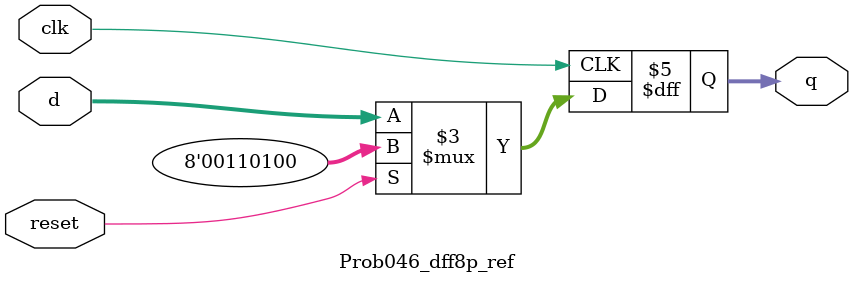
<source format=sv>

module Prob046_dff8p_ref (
  input clk,
  input [7:0] d,
  input reset,
  output reg [7:0] q
);

  always @(negedge clk)
    if (reset)
      q <= 8'h34;
    else
      q <= d;

endmodule


</source>
